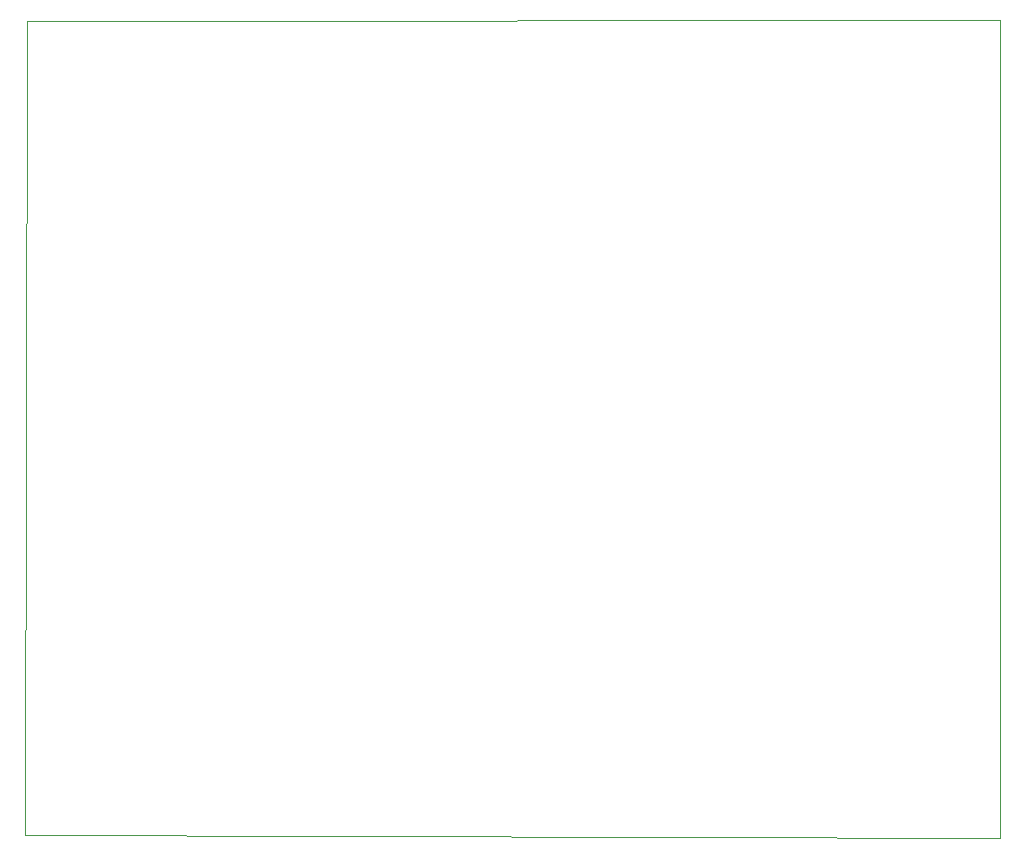
<source format=gbr>
%TF.GenerationSoftware,KiCad,Pcbnew,6.0.4-6f826c9f35~116~ubuntu20.04.1*%
%TF.CreationDate,2022-05-07T21:53:42-05:00*%
%TF.ProjectId,Circuit,43697263-7569-4742-9e6b-696361645f70,rev?*%
%TF.SameCoordinates,Original*%
%TF.FileFunction,Profile,NP*%
%FSLAX46Y46*%
G04 Gerber Fmt 4.6, Leading zero omitted, Abs format (unit mm)*
G04 Created by KiCad (PCBNEW 6.0.4-6f826c9f35~116~ubuntu20.04.1) date 2022-05-07 21:53:42*
%MOMM*%
%LPD*%
G01*
G04 APERTURE LIST*
%TA.AperFunction,Profile*%
%ADD10C,0.050000*%
%TD*%
G04 APERTURE END LIST*
D10*
X50190000Y-66294000D02*
X132680000Y-66280000D01*
X50038000Y-135369000D02*
X50190000Y-66294000D01*
X132680000Y-66280000D02*
X132690000Y-135610000D01*
X132690000Y-135610000D02*
X50038000Y-135369000D01*
M02*

</source>
